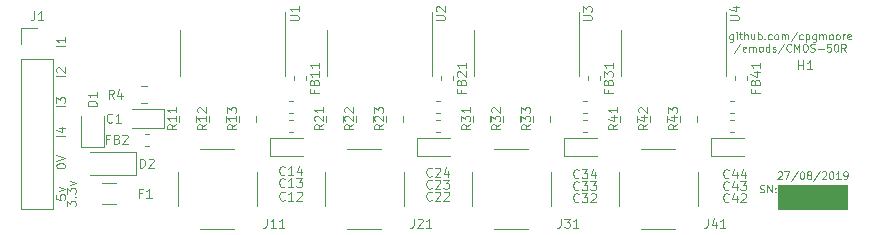
<source format=gbr>
G04 #@! TF.GenerationSoftware,KiCad,Pcbnew,5.1.4-e60b266~84~ubuntu18.04.1*
G04 #@! TF.CreationDate,2019-08-27T23:59:40+10:00*
G04 #@! TF.ProjectId,CMOS-50R,434d4f53-2d35-4305-922e-6b696361645f,rev?*
G04 #@! TF.SameCoordinates,Original*
G04 #@! TF.FileFunction,Legend,Top*
G04 #@! TF.FilePolarity,Positive*
%FSLAX46Y46*%
G04 Gerber Fmt 4.6, Leading zero omitted, Abs format (unit mm)*
G04 Created by KiCad (PCBNEW 5.1.4-e60b266~84~ubuntu18.04.1) date 2019-08-27 23:59:40*
%MOMM*%
%LPD*%
G04 APERTURE LIST*
%ADD10C,0.076200*%
%ADD11C,0.100000*%
%ADD12C,0.120000*%
G04 APERTURE END LIST*
D10*
X139923761Y-72266023D02*
X140014476Y-72296261D01*
X140165666Y-72296261D01*
X140226142Y-72266023D01*
X140256380Y-72235785D01*
X140286619Y-72175309D01*
X140286619Y-72114833D01*
X140256380Y-72054357D01*
X140226142Y-72024119D01*
X140165666Y-71993880D01*
X140044714Y-71963642D01*
X139984238Y-71933404D01*
X139954000Y-71903166D01*
X139923761Y-71842690D01*
X139923761Y-71782214D01*
X139954000Y-71721738D01*
X139984238Y-71691500D01*
X140044714Y-71661261D01*
X140195904Y-71661261D01*
X140286619Y-71691500D01*
X140558761Y-72296261D02*
X140558761Y-71661261D01*
X140921619Y-72296261D01*
X140921619Y-71661261D01*
X141224000Y-72235785D02*
X141254238Y-72266023D01*
X141224000Y-72296261D01*
X141193761Y-72266023D01*
X141224000Y-72235785D01*
X141224000Y-72296261D01*
X141224000Y-71903166D02*
X141254238Y-71933404D01*
X141224000Y-71963642D01*
X141193761Y-71933404D01*
X141224000Y-71903166D01*
X141224000Y-71963642D01*
D11*
G36*
X147320000Y-73660000D02*
G01*
X141478000Y-73660000D01*
X141478000Y-71628000D01*
X147320000Y-71628000D01*
X147320000Y-73660000D01*
G37*
X147320000Y-73660000D02*
X141478000Y-73660000D01*
X141478000Y-71628000D01*
X147320000Y-71628000D01*
X147320000Y-73660000D01*
D10*
X141435666Y-70578738D02*
X141465904Y-70548500D01*
X141526380Y-70518261D01*
X141677571Y-70518261D01*
X141738047Y-70548500D01*
X141768285Y-70578738D01*
X141798523Y-70639214D01*
X141798523Y-70699690D01*
X141768285Y-70790404D01*
X141405428Y-71153261D01*
X141798523Y-71153261D01*
X142010190Y-70518261D02*
X142433523Y-70518261D01*
X142161380Y-71153261D01*
X143129000Y-70488023D02*
X142584714Y-71304452D01*
X143461619Y-70518261D02*
X143522095Y-70518261D01*
X143582571Y-70548500D01*
X143612809Y-70578738D01*
X143643047Y-70639214D01*
X143673285Y-70760166D01*
X143673285Y-70911357D01*
X143643047Y-71032309D01*
X143612809Y-71092785D01*
X143582571Y-71123023D01*
X143522095Y-71153261D01*
X143461619Y-71153261D01*
X143401142Y-71123023D01*
X143370904Y-71092785D01*
X143340666Y-71032309D01*
X143310428Y-70911357D01*
X143310428Y-70760166D01*
X143340666Y-70639214D01*
X143370904Y-70578738D01*
X143401142Y-70548500D01*
X143461619Y-70518261D01*
X144036142Y-70790404D02*
X143975666Y-70760166D01*
X143945428Y-70729928D01*
X143915190Y-70669452D01*
X143915190Y-70639214D01*
X143945428Y-70578738D01*
X143975666Y-70548500D01*
X144036142Y-70518261D01*
X144157095Y-70518261D01*
X144217571Y-70548500D01*
X144247809Y-70578738D01*
X144278047Y-70639214D01*
X144278047Y-70669452D01*
X144247809Y-70729928D01*
X144217571Y-70760166D01*
X144157095Y-70790404D01*
X144036142Y-70790404D01*
X143975666Y-70820642D01*
X143945428Y-70850880D01*
X143915190Y-70911357D01*
X143915190Y-71032309D01*
X143945428Y-71092785D01*
X143975666Y-71123023D01*
X144036142Y-71153261D01*
X144157095Y-71153261D01*
X144217571Y-71123023D01*
X144247809Y-71092785D01*
X144278047Y-71032309D01*
X144278047Y-70911357D01*
X144247809Y-70850880D01*
X144217571Y-70820642D01*
X144157095Y-70790404D01*
X145003761Y-70488023D02*
X144459476Y-71304452D01*
X145185190Y-70578738D02*
X145215428Y-70548500D01*
X145275904Y-70518261D01*
X145427095Y-70518261D01*
X145487571Y-70548500D01*
X145517809Y-70578738D01*
X145548047Y-70639214D01*
X145548047Y-70699690D01*
X145517809Y-70790404D01*
X145154952Y-71153261D01*
X145548047Y-71153261D01*
X145941142Y-70518261D02*
X146001619Y-70518261D01*
X146062095Y-70548500D01*
X146092333Y-70578738D01*
X146122571Y-70639214D01*
X146152809Y-70760166D01*
X146152809Y-70911357D01*
X146122571Y-71032309D01*
X146092333Y-71092785D01*
X146062095Y-71123023D01*
X146001619Y-71153261D01*
X145941142Y-71153261D01*
X145880666Y-71123023D01*
X145850428Y-71092785D01*
X145820190Y-71032309D01*
X145789952Y-70911357D01*
X145789952Y-70760166D01*
X145820190Y-70639214D01*
X145850428Y-70578738D01*
X145880666Y-70548500D01*
X145941142Y-70518261D01*
X146757571Y-71153261D02*
X146394714Y-71153261D01*
X146576142Y-71153261D02*
X146576142Y-70518261D01*
X146515666Y-70608976D01*
X146455190Y-70669452D01*
X146394714Y-70699690D01*
X147059952Y-71153261D02*
X147180904Y-71153261D01*
X147241380Y-71123023D01*
X147271619Y-71092785D01*
X147332095Y-71002071D01*
X147362333Y-70881119D01*
X147362333Y-70639214D01*
X147332095Y-70578738D01*
X147301857Y-70548500D01*
X147241380Y-70518261D01*
X147120428Y-70518261D01*
X147059952Y-70548500D01*
X147029714Y-70578738D01*
X146999476Y-70639214D01*
X146999476Y-70790404D01*
X147029714Y-70850880D01*
X147059952Y-70881119D01*
X147120428Y-70911357D01*
X147241380Y-70911357D01*
X147301857Y-70881119D01*
X147332095Y-70850880D01*
X147362333Y-70790404D01*
X137655904Y-58912578D02*
X137655904Y-59426626D01*
X137625666Y-59487102D01*
X137595428Y-59517340D01*
X137534952Y-59547578D01*
X137444238Y-59547578D01*
X137383761Y-59517340D01*
X137655904Y-59305673D02*
X137595428Y-59335911D01*
X137474476Y-59335911D01*
X137414000Y-59305673D01*
X137383761Y-59275435D01*
X137353523Y-59214959D01*
X137353523Y-59033530D01*
X137383761Y-58973054D01*
X137414000Y-58942816D01*
X137474476Y-58912578D01*
X137595428Y-58912578D01*
X137655904Y-58942816D01*
X137958285Y-59335911D02*
X137958285Y-58912578D01*
X137958285Y-58700911D02*
X137928047Y-58731150D01*
X137958285Y-58761388D01*
X137988523Y-58731150D01*
X137958285Y-58700911D01*
X137958285Y-58761388D01*
X138169952Y-58912578D02*
X138411857Y-58912578D01*
X138260666Y-58700911D02*
X138260666Y-59245197D01*
X138290904Y-59305673D01*
X138351380Y-59335911D01*
X138411857Y-59335911D01*
X138623523Y-59335911D02*
X138623523Y-58700911D01*
X138895666Y-59335911D02*
X138895666Y-59003292D01*
X138865428Y-58942816D01*
X138804952Y-58912578D01*
X138714238Y-58912578D01*
X138653761Y-58942816D01*
X138623523Y-58973054D01*
X139470190Y-58912578D02*
X139470190Y-59335911D01*
X139198047Y-58912578D02*
X139198047Y-59245197D01*
X139228285Y-59305673D01*
X139288761Y-59335911D01*
X139379476Y-59335911D01*
X139439952Y-59305673D01*
X139470190Y-59275435D01*
X139772571Y-59335911D02*
X139772571Y-58700911D01*
X139772571Y-58942816D02*
X139833047Y-58912578D01*
X139954000Y-58912578D01*
X140014476Y-58942816D01*
X140044714Y-58973054D01*
X140074952Y-59033530D01*
X140074952Y-59214959D01*
X140044714Y-59275435D01*
X140014476Y-59305673D01*
X139954000Y-59335911D01*
X139833047Y-59335911D01*
X139772571Y-59305673D01*
X140347095Y-59275435D02*
X140377333Y-59305673D01*
X140347095Y-59335911D01*
X140316857Y-59305673D01*
X140347095Y-59275435D01*
X140347095Y-59335911D01*
X140921619Y-59305673D02*
X140861142Y-59335911D01*
X140740190Y-59335911D01*
X140679714Y-59305673D01*
X140649476Y-59275435D01*
X140619238Y-59214959D01*
X140619238Y-59033530D01*
X140649476Y-58973054D01*
X140679714Y-58942816D01*
X140740190Y-58912578D01*
X140861142Y-58912578D01*
X140921619Y-58942816D01*
X141284476Y-59335911D02*
X141224000Y-59305673D01*
X141193761Y-59275435D01*
X141163523Y-59214959D01*
X141163523Y-59033530D01*
X141193761Y-58973054D01*
X141224000Y-58942816D01*
X141284476Y-58912578D01*
X141375190Y-58912578D01*
X141435666Y-58942816D01*
X141465904Y-58973054D01*
X141496142Y-59033530D01*
X141496142Y-59214959D01*
X141465904Y-59275435D01*
X141435666Y-59305673D01*
X141375190Y-59335911D01*
X141284476Y-59335911D01*
X141768285Y-59335911D02*
X141768285Y-58912578D01*
X141768285Y-58973054D02*
X141798523Y-58942816D01*
X141859000Y-58912578D01*
X141949714Y-58912578D01*
X142010190Y-58942816D01*
X142040428Y-59003292D01*
X142040428Y-59335911D01*
X142040428Y-59003292D02*
X142070666Y-58942816D01*
X142131142Y-58912578D01*
X142221857Y-58912578D01*
X142282333Y-58942816D01*
X142312571Y-59003292D01*
X142312571Y-59335911D01*
X143068523Y-58670673D02*
X142524238Y-59487102D01*
X143552333Y-59305673D02*
X143491857Y-59335911D01*
X143370904Y-59335911D01*
X143310428Y-59305673D01*
X143280190Y-59275435D01*
X143249952Y-59214959D01*
X143249952Y-59033530D01*
X143280190Y-58973054D01*
X143310428Y-58942816D01*
X143370904Y-58912578D01*
X143491857Y-58912578D01*
X143552333Y-58942816D01*
X143824476Y-58912578D02*
X143824476Y-59547578D01*
X143824476Y-58942816D02*
X143884952Y-58912578D01*
X144005904Y-58912578D01*
X144066380Y-58942816D01*
X144096619Y-58973054D01*
X144126857Y-59033530D01*
X144126857Y-59214959D01*
X144096619Y-59275435D01*
X144066380Y-59305673D01*
X144005904Y-59335911D01*
X143884952Y-59335911D01*
X143824476Y-59305673D01*
X144671142Y-58912578D02*
X144671142Y-59426626D01*
X144640904Y-59487102D01*
X144610666Y-59517340D01*
X144550190Y-59547578D01*
X144459476Y-59547578D01*
X144399000Y-59517340D01*
X144671142Y-59305673D02*
X144610666Y-59335911D01*
X144489714Y-59335911D01*
X144429238Y-59305673D01*
X144399000Y-59275435D01*
X144368761Y-59214959D01*
X144368761Y-59033530D01*
X144399000Y-58973054D01*
X144429238Y-58942816D01*
X144489714Y-58912578D01*
X144610666Y-58912578D01*
X144671142Y-58942816D01*
X144973523Y-59335911D02*
X144973523Y-58912578D01*
X144973523Y-58973054D02*
X145003761Y-58942816D01*
X145064238Y-58912578D01*
X145154952Y-58912578D01*
X145215428Y-58942816D01*
X145245666Y-59003292D01*
X145245666Y-59335911D01*
X145245666Y-59003292D02*
X145275904Y-58942816D01*
X145336380Y-58912578D01*
X145427095Y-58912578D01*
X145487571Y-58942816D01*
X145517809Y-59003292D01*
X145517809Y-59335911D01*
X145910904Y-59335911D02*
X145850428Y-59305673D01*
X145820190Y-59275435D01*
X145789952Y-59214959D01*
X145789952Y-59033530D01*
X145820190Y-58973054D01*
X145850428Y-58942816D01*
X145910904Y-58912578D01*
X146001619Y-58912578D01*
X146062095Y-58942816D01*
X146092333Y-58973054D01*
X146122571Y-59033530D01*
X146122571Y-59214959D01*
X146092333Y-59275435D01*
X146062095Y-59305673D01*
X146001619Y-59335911D01*
X145910904Y-59335911D01*
X146485428Y-59335911D02*
X146424952Y-59305673D01*
X146394714Y-59275435D01*
X146364476Y-59214959D01*
X146364476Y-59033530D01*
X146394714Y-58973054D01*
X146424952Y-58942816D01*
X146485428Y-58912578D01*
X146576142Y-58912578D01*
X146636619Y-58942816D01*
X146666857Y-58973054D01*
X146697095Y-59033530D01*
X146697095Y-59214959D01*
X146666857Y-59275435D01*
X146636619Y-59305673D01*
X146576142Y-59335911D01*
X146485428Y-59335911D01*
X146969238Y-59335911D02*
X146969238Y-58912578D01*
X146969238Y-59033530D02*
X146999476Y-58973054D01*
X147029714Y-58942816D01*
X147090190Y-58912578D01*
X147150666Y-58912578D01*
X147604238Y-59305673D02*
X147543761Y-59335911D01*
X147422809Y-59335911D01*
X147362333Y-59305673D01*
X147332095Y-59245197D01*
X147332095Y-59003292D01*
X147362333Y-58942816D01*
X147422809Y-58912578D01*
X147543761Y-58912578D01*
X147604238Y-58942816D01*
X147634476Y-59003292D01*
X147634476Y-59063769D01*
X147332095Y-59124245D01*
X138275785Y-59699373D02*
X137731500Y-60515802D01*
X138729357Y-60334373D02*
X138668880Y-60364611D01*
X138547928Y-60364611D01*
X138487452Y-60334373D01*
X138457214Y-60273897D01*
X138457214Y-60031992D01*
X138487452Y-59971516D01*
X138547928Y-59941278D01*
X138668880Y-59941278D01*
X138729357Y-59971516D01*
X138759595Y-60031992D01*
X138759595Y-60092469D01*
X138457214Y-60152945D01*
X139031738Y-60364611D02*
X139031738Y-59941278D01*
X139031738Y-60001754D02*
X139061976Y-59971516D01*
X139122452Y-59941278D01*
X139213166Y-59941278D01*
X139273642Y-59971516D01*
X139303880Y-60031992D01*
X139303880Y-60364611D01*
X139303880Y-60031992D02*
X139334119Y-59971516D01*
X139394595Y-59941278D01*
X139485309Y-59941278D01*
X139545785Y-59971516D01*
X139576023Y-60031992D01*
X139576023Y-60364611D01*
X139969119Y-60364611D02*
X139908642Y-60334373D01*
X139878404Y-60304135D01*
X139848166Y-60243659D01*
X139848166Y-60062230D01*
X139878404Y-60001754D01*
X139908642Y-59971516D01*
X139969119Y-59941278D01*
X140059833Y-59941278D01*
X140120309Y-59971516D01*
X140150547Y-60001754D01*
X140180785Y-60062230D01*
X140180785Y-60243659D01*
X140150547Y-60304135D01*
X140120309Y-60334373D01*
X140059833Y-60364611D01*
X139969119Y-60364611D01*
X140725071Y-60364611D02*
X140725071Y-59729611D01*
X140725071Y-60334373D02*
X140664595Y-60364611D01*
X140543642Y-60364611D01*
X140483166Y-60334373D01*
X140452928Y-60304135D01*
X140422690Y-60243659D01*
X140422690Y-60062230D01*
X140452928Y-60001754D01*
X140483166Y-59971516D01*
X140543642Y-59941278D01*
X140664595Y-59941278D01*
X140725071Y-59971516D01*
X140997214Y-60334373D02*
X141057690Y-60364611D01*
X141178642Y-60364611D01*
X141239119Y-60334373D01*
X141269357Y-60273897D01*
X141269357Y-60243659D01*
X141239119Y-60183183D01*
X141178642Y-60152945D01*
X141087928Y-60152945D01*
X141027452Y-60122707D01*
X140997214Y-60062230D01*
X140997214Y-60031992D01*
X141027452Y-59971516D01*
X141087928Y-59941278D01*
X141178642Y-59941278D01*
X141239119Y-59971516D01*
X141995071Y-59699373D02*
X141450785Y-60515802D01*
X142569595Y-60304135D02*
X142539357Y-60334373D01*
X142448642Y-60364611D01*
X142388166Y-60364611D01*
X142297452Y-60334373D01*
X142236976Y-60273897D01*
X142206738Y-60213421D01*
X142176500Y-60092469D01*
X142176500Y-60001754D01*
X142206738Y-59880802D01*
X142236976Y-59820326D01*
X142297452Y-59759850D01*
X142388166Y-59729611D01*
X142448642Y-59729611D01*
X142539357Y-59759850D01*
X142569595Y-59790088D01*
X142841738Y-60364611D02*
X142841738Y-59729611D01*
X143053404Y-60183183D01*
X143265071Y-59729611D01*
X143265071Y-60364611D01*
X143688404Y-59729611D02*
X143809357Y-59729611D01*
X143869833Y-59759850D01*
X143930309Y-59820326D01*
X143960547Y-59941278D01*
X143960547Y-60152945D01*
X143930309Y-60273897D01*
X143869833Y-60334373D01*
X143809357Y-60364611D01*
X143688404Y-60364611D01*
X143627928Y-60334373D01*
X143567452Y-60273897D01*
X143537214Y-60152945D01*
X143537214Y-59941278D01*
X143567452Y-59820326D01*
X143627928Y-59759850D01*
X143688404Y-59729611D01*
X144202452Y-60334373D02*
X144293166Y-60364611D01*
X144444357Y-60364611D01*
X144504833Y-60334373D01*
X144535071Y-60304135D01*
X144565309Y-60243659D01*
X144565309Y-60183183D01*
X144535071Y-60122707D01*
X144504833Y-60092469D01*
X144444357Y-60062230D01*
X144323404Y-60031992D01*
X144262928Y-60001754D01*
X144232690Y-59971516D01*
X144202452Y-59911040D01*
X144202452Y-59850564D01*
X144232690Y-59790088D01*
X144262928Y-59759850D01*
X144323404Y-59729611D01*
X144474595Y-59729611D01*
X144565309Y-59759850D01*
X144837452Y-60122707D02*
X145321261Y-60122707D01*
X145926023Y-59729611D02*
X145623642Y-59729611D01*
X145593404Y-60031992D01*
X145623642Y-60001754D01*
X145684119Y-59971516D01*
X145835309Y-59971516D01*
X145895785Y-60001754D01*
X145926023Y-60031992D01*
X145956261Y-60092469D01*
X145956261Y-60243659D01*
X145926023Y-60304135D01*
X145895785Y-60334373D01*
X145835309Y-60364611D01*
X145684119Y-60364611D01*
X145623642Y-60334373D01*
X145593404Y-60304135D01*
X146349357Y-59729611D02*
X146409833Y-59729611D01*
X146470309Y-59759850D01*
X146500547Y-59790088D01*
X146530785Y-59850564D01*
X146561023Y-59971516D01*
X146561023Y-60122707D01*
X146530785Y-60243659D01*
X146500547Y-60304135D01*
X146470309Y-60334373D01*
X146409833Y-60364611D01*
X146349357Y-60364611D01*
X146288880Y-60334373D01*
X146258642Y-60304135D01*
X146228404Y-60243659D01*
X146198166Y-60122707D01*
X146198166Y-59971516D01*
X146228404Y-59850564D01*
X146258642Y-59790088D01*
X146288880Y-59759850D01*
X146349357Y-59729611D01*
X147196023Y-60364611D02*
X146984357Y-60062230D01*
X146833166Y-60364611D02*
X146833166Y-59729611D01*
X147075071Y-59729611D01*
X147135547Y-59759850D01*
X147165785Y-59790088D01*
X147196023Y-59850564D01*
X147196023Y-59941278D01*
X147165785Y-60001754D01*
X147135547Y-60031992D01*
X147075071Y-60062230D01*
X146833166Y-60062230D01*
X81243714Y-73478571D02*
X81243714Y-73006857D01*
X81534000Y-73260857D01*
X81534000Y-73152000D01*
X81570285Y-73079428D01*
X81606571Y-73043142D01*
X81679142Y-73006857D01*
X81860571Y-73006857D01*
X81933142Y-73043142D01*
X81969428Y-73079428D01*
X82005714Y-73152000D01*
X82005714Y-73369714D01*
X81969428Y-73442285D01*
X81933142Y-73478571D01*
X81933142Y-72680285D02*
X81969428Y-72644000D01*
X82005714Y-72680285D01*
X81969428Y-72716571D01*
X81933142Y-72680285D01*
X82005714Y-72680285D01*
X81243714Y-72390000D02*
X81243714Y-71918285D01*
X81534000Y-72172285D01*
X81534000Y-72063428D01*
X81570285Y-71990857D01*
X81606571Y-71954571D01*
X81679142Y-71918285D01*
X81860571Y-71918285D01*
X81933142Y-71954571D01*
X81969428Y-71990857D01*
X82005714Y-72063428D01*
X82005714Y-72281142D01*
X81969428Y-72353714D01*
X81933142Y-72390000D01*
X81497714Y-71664285D02*
X82005714Y-71482857D01*
X81497714Y-71301428D01*
X80354714Y-72498857D02*
X80354714Y-72861714D01*
X80717571Y-72898000D01*
X80681285Y-72861714D01*
X80645000Y-72789142D01*
X80645000Y-72607714D01*
X80681285Y-72535142D01*
X80717571Y-72498857D01*
X80790142Y-72462571D01*
X80971571Y-72462571D01*
X81044142Y-72498857D01*
X81080428Y-72535142D01*
X81116714Y-72607714D01*
X81116714Y-72789142D01*
X81080428Y-72861714D01*
X81044142Y-72898000D01*
X80608714Y-72208571D02*
X81116714Y-72027142D01*
X80608714Y-71845714D01*
X80354714Y-70085857D02*
X80354714Y-70013285D01*
X80391000Y-69940714D01*
X80427285Y-69904428D01*
X80499857Y-69868142D01*
X80645000Y-69831857D01*
X80826428Y-69831857D01*
X80971571Y-69868142D01*
X81044142Y-69904428D01*
X81080428Y-69940714D01*
X81116714Y-70013285D01*
X81116714Y-70085857D01*
X81080428Y-70158428D01*
X81044142Y-70194714D01*
X80971571Y-70231000D01*
X80826428Y-70267285D01*
X80645000Y-70267285D01*
X80499857Y-70231000D01*
X80427285Y-70194714D01*
X80391000Y-70158428D01*
X80354714Y-70085857D01*
X80354714Y-69614142D02*
X81116714Y-69360142D01*
X80354714Y-69106142D01*
X81116714Y-67545857D02*
X80354714Y-67545857D01*
X80608714Y-66856428D02*
X81116714Y-66856428D01*
X80318428Y-67037857D02*
X80862714Y-67219285D01*
X80862714Y-66747571D01*
X81116714Y-65005857D02*
X80354714Y-65005857D01*
X80354714Y-64715571D02*
X80354714Y-64243857D01*
X80645000Y-64497857D01*
X80645000Y-64389000D01*
X80681285Y-64316428D01*
X80717571Y-64280142D01*
X80790142Y-64243857D01*
X80971571Y-64243857D01*
X81044142Y-64280142D01*
X81080428Y-64316428D01*
X81116714Y-64389000D01*
X81116714Y-64606714D01*
X81080428Y-64679285D01*
X81044142Y-64715571D01*
X81116714Y-62465857D02*
X80354714Y-62465857D01*
X80427285Y-62139285D02*
X80391000Y-62103000D01*
X80354714Y-62030428D01*
X80354714Y-61849000D01*
X80391000Y-61776428D01*
X80427285Y-61740142D01*
X80499857Y-61703857D01*
X80572428Y-61703857D01*
X80681285Y-61740142D01*
X81116714Y-62175571D01*
X81116714Y-61703857D01*
X81116714Y-59925857D02*
X80354714Y-59925857D01*
X81116714Y-59163857D02*
X81116714Y-59599285D01*
X81116714Y-59381571D02*
X80354714Y-59381571D01*
X80463571Y-59454142D01*
X80536142Y-59526714D01*
X80572428Y-59599285D01*
D12*
X137023000Y-60452000D02*
X137023000Y-57002000D01*
X137023000Y-60452000D02*
X137023000Y-62402000D01*
X128153000Y-60452000D02*
X128153000Y-58502000D01*
X128153000Y-60452000D02*
X128153000Y-62402000D01*
X112131000Y-60452000D02*
X112131000Y-57002000D01*
X112131000Y-60452000D02*
X112131000Y-62402000D01*
X103261000Y-60452000D02*
X103261000Y-58502000D01*
X103261000Y-60452000D02*
X103261000Y-62402000D01*
X124577000Y-60452000D02*
X124577000Y-57002000D01*
X124577000Y-60452000D02*
X124577000Y-62402000D01*
X115707000Y-60452000D02*
X115707000Y-58502000D01*
X115707000Y-60452000D02*
X115707000Y-62402000D01*
X99685000Y-60452000D02*
X99685000Y-57002000D01*
X99685000Y-60452000D02*
X99685000Y-62402000D01*
X90815000Y-60452000D02*
X90815000Y-58502000D01*
X90815000Y-60452000D02*
X90815000Y-62402000D01*
X138813000Y-62773779D02*
X138813000Y-62448221D01*
X137793000Y-62773779D02*
X137793000Y-62448221D01*
X126367000Y-62773779D02*
X126367000Y-62448221D01*
X125347000Y-62773779D02*
X125347000Y-62448221D01*
X113921000Y-62773779D02*
X113921000Y-62448221D01*
X112901000Y-62773779D02*
X112901000Y-62448221D01*
X101475000Y-62773779D02*
X101475000Y-62448221D01*
X100455000Y-62773779D02*
X100455000Y-62448221D01*
X88173779Y-67308000D02*
X87848221Y-67308000D01*
X88173779Y-68328000D02*
X87848221Y-68328000D01*
X137378221Y-65534000D02*
X137703779Y-65534000D01*
X137378221Y-64514000D02*
X137703779Y-64514000D01*
X137378221Y-67185000D02*
X137703779Y-67185000D01*
X137378221Y-66165000D02*
X137703779Y-66165000D01*
X124932221Y-65534000D02*
X125257779Y-65534000D01*
X124932221Y-64514000D02*
X125257779Y-64514000D01*
X124932221Y-67185000D02*
X125257779Y-67185000D01*
X124932221Y-66165000D02*
X125257779Y-66165000D01*
X112486221Y-65534000D02*
X112811779Y-65534000D01*
X112486221Y-64514000D02*
X112811779Y-64514000D01*
X112486221Y-67185000D02*
X112811779Y-67185000D01*
X112486221Y-66165000D02*
X112811779Y-66165000D01*
X100040221Y-65534000D02*
X100365779Y-65534000D01*
X100040221Y-64514000D02*
X100365779Y-64514000D01*
X100040221Y-67185000D02*
X100365779Y-67185000D01*
X100040221Y-66165000D02*
X100365779Y-66165000D01*
X135831000Y-69238000D02*
X138541000Y-69238000D01*
X135831000Y-67668000D02*
X135831000Y-69238000D01*
X138541000Y-67668000D02*
X135831000Y-67668000D01*
X123385000Y-69238000D02*
X126095000Y-69238000D01*
X123385000Y-67668000D02*
X123385000Y-69238000D01*
X126095000Y-67668000D02*
X123385000Y-67668000D01*
X110939000Y-69238000D02*
X113649000Y-69238000D01*
X110939000Y-67668000D02*
X110939000Y-69238000D01*
X113649000Y-67668000D02*
X110939000Y-67668000D01*
X98493000Y-69238000D02*
X101203000Y-69238000D01*
X98493000Y-67668000D02*
X98493000Y-69238000D01*
X101203000Y-67668000D02*
X98493000Y-67668000D01*
X77410000Y-58360000D02*
X78740000Y-58360000D01*
X77410000Y-59690000D02*
X77410000Y-58360000D01*
X77410000Y-60960000D02*
X80070000Y-60960000D01*
X80070000Y-60960000D02*
X80070000Y-73720000D01*
X77410000Y-60960000D02*
X77410000Y-73720000D01*
X77410000Y-73720000D02*
X80070000Y-73720000D01*
X134568000Y-66298578D02*
X134568000Y-65781422D01*
X133148000Y-66298578D02*
X133148000Y-65781422D01*
X132028000Y-66298578D02*
X132028000Y-65781422D01*
X130608000Y-66298578D02*
X130608000Y-65781422D01*
X129488000Y-66298578D02*
X129488000Y-65781422D01*
X128068000Y-66298578D02*
X128068000Y-65781422D01*
X122122000Y-66298578D02*
X122122000Y-65781422D01*
X120702000Y-66298578D02*
X120702000Y-65781422D01*
X119582000Y-66298578D02*
X119582000Y-65781422D01*
X118162000Y-66298578D02*
X118162000Y-65781422D01*
X117042000Y-66298578D02*
X117042000Y-65781422D01*
X115622000Y-66298578D02*
X115622000Y-65781422D01*
X109676000Y-66298578D02*
X109676000Y-65781422D01*
X108256000Y-66298578D02*
X108256000Y-65781422D01*
X107136000Y-66298578D02*
X107136000Y-65781422D01*
X105716000Y-66298578D02*
X105716000Y-65781422D01*
X104596000Y-66298578D02*
X104596000Y-65781422D01*
X103176000Y-66298578D02*
X103176000Y-65781422D01*
X97230000Y-66298578D02*
X97230000Y-65781422D01*
X95810000Y-66298578D02*
X95810000Y-65781422D01*
X94690000Y-66298578D02*
X94690000Y-65781422D01*
X93270000Y-66298578D02*
X93270000Y-65781422D01*
X92150000Y-66298578D02*
X92150000Y-65781422D01*
X90730000Y-66298578D02*
X90730000Y-65781422D01*
X87498422Y-64718000D02*
X88015578Y-64718000D01*
X87498422Y-63298000D02*
X88015578Y-63298000D01*
X134673000Y-70559000D02*
X134673000Y-73459000D01*
X127963000Y-70559000D02*
X127963000Y-73459000D01*
X132768000Y-75364000D02*
X129868000Y-75364000D01*
X132768000Y-68654000D02*
X129868000Y-68654000D01*
X122227000Y-70559000D02*
X122227000Y-73459000D01*
X115517000Y-70559000D02*
X115517000Y-73459000D01*
X120322000Y-75364000D02*
X117422000Y-75364000D01*
X120322000Y-68654000D02*
X117422000Y-68654000D01*
X109781000Y-70559000D02*
X109781000Y-73459000D01*
X103071000Y-70559000D02*
X103071000Y-73459000D01*
X107876000Y-75364000D02*
X104976000Y-75364000D01*
X107876000Y-68654000D02*
X104976000Y-68654000D01*
X97335000Y-70559000D02*
X97335000Y-73459000D01*
X90625000Y-70559000D02*
X90625000Y-73459000D01*
X95430000Y-75364000D02*
X92530000Y-75364000D01*
X95430000Y-68654000D02*
X92530000Y-68654000D01*
X85438064Y-71480000D02*
X84233936Y-71480000D01*
X85438064Y-73300000D02*
X84233936Y-73300000D01*
X84399000Y-68487000D02*
X84399000Y-65802000D01*
X82479000Y-68487000D02*
X84399000Y-68487000D01*
X82479000Y-65802000D02*
X82479000Y-68487000D01*
X86757000Y-66825000D02*
X89467000Y-66825000D01*
X89467000Y-66825000D02*
X89467000Y-65255000D01*
X89467000Y-65255000D02*
X86757000Y-65255000D01*
X87086000Y-70850000D02*
X87086000Y-68850000D01*
X87086000Y-68850000D02*
X83186000Y-68850000D01*
X87086000Y-70850000D02*
X83186000Y-70850000D01*
D10*
X137377714Y-57730571D02*
X137994571Y-57730571D01*
X138067142Y-57694285D01*
X138103428Y-57658000D01*
X138139714Y-57585428D01*
X138139714Y-57440285D01*
X138103428Y-57367714D01*
X138067142Y-57331428D01*
X137994571Y-57295142D01*
X137377714Y-57295142D01*
X137631714Y-56605714D02*
X138139714Y-56605714D01*
X137341428Y-56787142D02*
X137885714Y-56968571D01*
X137885714Y-56496857D01*
X112485714Y-57730571D02*
X113102571Y-57730571D01*
X113175142Y-57694285D01*
X113211428Y-57658000D01*
X113247714Y-57585428D01*
X113247714Y-57440285D01*
X113211428Y-57367714D01*
X113175142Y-57331428D01*
X113102571Y-57295142D01*
X112485714Y-57295142D01*
X112558285Y-56968571D02*
X112522000Y-56932285D01*
X112485714Y-56859714D01*
X112485714Y-56678285D01*
X112522000Y-56605714D01*
X112558285Y-56569428D01*
X112630857Y-56533142D01*
X112703428Y-56533142D01*
X112812285Y-56569428D01*
X113247714Y-57004857D01*
X113247714Y-56533142D01*
X124931714Y-57730571D02*
X125548571Y-57730571D01*
X125621142Y-57694285D01*
X125657428Y-57658000D01*
X125693714Y-57585428D01*
X125693714Y-57440285D01*
X125657428Y-57367714D01*
X125621142Y-57331428D01*
X125548571Y-57295142D01*
X124931714Y-57295142D01*
X124931714Y-57004857D02*
X124931714Y-56533142D01*
X125222000Y-56787142D01*
X125222000Y-56678285D01*
X125258285Y-56605714D01*
X125294571Y-56569428D01*
X125367142Y-56533142D01*
X125548571Y-56533142D01*
X125621142Y-56569428D01*
X125657428Y-56605714D01*
X125693714Y-56678285D01*
X125693714Y-56896000D01*
X125657428Y-56968571D01*
X125621142Y-57004857D01*
X100112714Y-57730571D02*
X100729571Y-57730571D01*
X100802142Y-57694285D01*
X100838428Y-57658000D01*
X100874714Y-57585428D01*
X100874714Y-57440285D01*
X100838428Y-57367714D01*
X100802142Y-57331428D01*
X100729571Y-57295142D01*
X100112714Y-57295142D01*
X100874714Y-56533142D02*
X100874714Y-56968571D01*
X100874714Y-56750857D02*
X100112714Y-56750857D01*
X100221571Y-56823428D01*
X100294142Y-56896000D01*
X100330428Y-56968571D01*
X143183428Y-61884714D02*
X143183428Y-61122714D01*
X143183428Y-61485571D02*
X143618857Y-61485571D01*
X143618857Y-61884714D02*
X143618857Y-61122714D01*
X144380857Y-61884714D02*
X143945428Y-61884714D01*
X144163142Y-61884714D02*
X144163142Y-61122714D01*
X144090571Y-61231571D01*
X144018000Y-61304142D01*
X143945428Y-61340428D01*
X139518571Y-63608857D02*
X139518571Y-63862857D01*
X139917714Y-63862857D02*
X139155714Y-63862857D01*
X139155714Y-63500000D01*
X139518571Y-62955714D02*
X139554857Y-62846857D01*
X139591142Y-62810571D01*
X139663714Y-62774285D01*
X139772571Y-62774285D01*
X139845142Y-62810571D01*
X139881428Y-62846857D01*
X139917714Y-62919428D01*
X139917714Y-63209714D01*
X139155714Y-63209714D01*
X139155714Y-62955714D01*
X139192000Y-62883142D01*
X139228285Y-62846857D01*
X139300857Y-62810571D01*
X139373428Y-62810571D01*
X139446000Y-62846857D01*
X139482285Y-62883142D01*
X139518571Y-62955714D01*
X139518571Y-63209714D01*
X139409714Y-62121142D02*
X139917714Y-62121142D01*
X139119428Y-62302571D02*
X139663714Y-62484000D01*
X139663714Y-62012285D01*
X139917714Y-61322857D02*
X139917714Y-61758285D01*
X139917714Y-61540571D02*
X139155714Y-61540571D01*
X139264571Y-61613142D01*
X139337142Y-61685714D01*
X139373428Y-61758285D01*
X127072571Y-63608857D02*
X127072571Y-63862857D01*
X127471714Y-63862857D02*
X126709714Y-63862857D01*
X126709714Y-63500000D01*
X127072571Y-62955714D02*
X127108857Y-62846857D01*
X127145142Y-62810571D01*
X127217714Y-62774285D01*
X127326571Y-62774285D01*
X127399142Y-62810571D01*
X127435428Y-62846857D01*
X127471714Y-62919428D01*
X127471714Y-63209714D01*
X126709714Y-63209714D01*
X126709714Y-62955714D01*
X126746000Y-62883142D01*
X126782285Y-62846857D01*
X126854857Y-62810571D01*
X126927428Y-62810571D01*
X127000000Y-62846857D01*
X127036285Y-62883142D01*
X127072571Y-62955714D01*
X127072571Y-63209714D01*
X126709714Y-62520285D02*
X126709714Y-62048571D01*
X127000000Y-62302571D01*
X127000000Y-62193714D01*
X127036285Y-62121142D01*
X127072571Y-62084857D01*
X127145142Y-62048571D01*
X127326571Y-62048571D01*
X127399142Y-62084857D01*
X127435428Y-62121142D01*
X127471714Y-62193714D01*
X127471714Y-62411428D01*
X127435428Y-62484000D01*
X127399142Y-62520285D01*
X127471714Y-61322857D02*
X127471714Y-61758285D01*
X127471714Y-61540571D02*
X126709714Y-61540571D01*
X126818571Y-61613142D01*
X126891142Y-61685714D01*
X126927428Y-61758285D01*
X114626571Y-63608857D02*
X114626571Y-63862857D01*
X115025714Y-63862857D02*
X114263714Y-63862857D01*
X114263714Y-63500000D01*
X114626571Y-62955714D02*
X114662857Y-62846857D01*
X114699142Y-62810571D01*
X114771714Y-62774285D01*
X114880571Y-62774285D01*
X114953142Y-62810571D01*
X114989428Y-62846857D01*
X115025714Y-62919428D01*
X115025714Y-63209714D01*
X114263714Y-63209714D01*
X114263714Y-62955714D01*
X114300000Y-62883142D01*
X114336285Y-62846857D01*
X114408857Y-62810571D01*
X114481428Y-62810571D01*
X114554000Y-62846857D01*
X114590285Y-62883142D01*
X114626571Y-62955714D01*
X114626571Y-63209714D01*
X114336285Y-62484000D02*
X114300000Y-62447714D01*
X114263714Y-62375142D01*
X114263714Y-62193714D01*
X114300000Y-62121142D01*
X114336285Y-62084857D01*
X114408857Y-62048571D01*
X114481428Y-62048571D01*
X114590285Y-62084857D01*
X115025714Y-62520285D01*
X115025714Y-62048571D01*
X115025714Y-61322857D02*
X115025714Y-61758285D01*
X115025714Y-61540571D02*
X114263714Y-61540571D01*
X114372571Y-61613142D01*
X114445142Y-61685714D01*
X114481428Y-61758285D01*
X102180571Y-63608857D02*
X102180571Y-63862857D01*
X102579714Y-63862857D02*
X101817714Y-63862857D01*
X101817714Y-63500000D01*
X102180571Y-62955714D02*
X102216857Y-62846857D01*
X102253142Y-62810571D01*
X102325714Y-62774285D01*
X102434571Y-62774285D01*
X102507142Y-62810571D01*
X102543428Y-62846857D01*
X102579714Y-62919428D01*
X102579714Y-63209714D01*
X101817714Y-63209714D01*
X101817714Y-62955714D01*
X101854000Y-62883142D01*
X101890285Y-62846857D01*
X101962857Y-62810571D01*
X102035428Y-62810571D01*
X102108000Y-62846857D01*
X102144285Y-62883142D01*
X102180571Y-62955714D01*
X102180571Y-63209714D01*
X102579714Y-62048571D02*
X102579714Y-62484000D01*
X102579714Y-62266285D02*
X101817714Y-62266285D01*
X101926571Y-62338857D01*
X101999142Y-62411428D01*
X102035428Y-62484000D01*
X102579714Y-61322857D02*
X102579714Y-61758285D01*
X102579714Y-61540571D02*
X101817714Y-61540571D01*
X101926571Y-61613142D01*
X101999142Y-61685714D01*
X102035428Y-61758285D01*
X84836000Y-67763571D02*
X84582000Y-67763571D01*
X84582000Y-68162714D02*
X84582000Y-67400714D01*
X84944857Y-67400714D01*
X85489142Y-67763571D02*
X85598000Y-67799857D01*
X85634285Y-67836142D01*
X85670571Y-67908714D01*
X85670571Y-68017571D01*
X85634285Y-68090142D01*
X85598000Y-68126428D01*
X85525428Y-68162714D01*
X85235142Y-68162714D01*
X85235142Y-67400714D01*
X85489142Y-67400714D01*
X85561714Y-67437000D01*
X85598000Y-67473285D01*
X85634285Y-67545857D01*
X85634285Y-67618428D01*
X85598000Y-67691000D01*
X85561714Y-67727285D01*
X85489142Y-67763571D01*
X85235142Y-67763571D01*
X85960857Y-67473285D02*
X85997142Y-67437000D01*
X86069714Y-67400714D01*
X86251142Y-67400714D01*
X86323714Y-67437000D01*
X86360000Y-67473285D01*
X86396285Y-67545857D01*
X86396285Y-67618428D01*
X86360000Y-67727285D01*
X85924571Y-68162714D01*
X86396285Y-68162714D01*
X137305142Y-71011142D02*
X137268857Y-71047428D01*
X137160000Y-71083714D01*
X137087428Y-71083714D01*
X136978571Y-71047428D01*
X136906000Y-70974857D01*
X136869714Y-70902285D01*
X136833428Y-70757142D01*
X136833428Y-70648285D01*
X136869714Y-70503142D01*
X136906000Y-70430571D01*
X136978571Y-70358000D01*
X137087428Y-70321714D01*
X137160000Y-70321714D01*
X137268857Y-70358000D01*
X137305142Y-70394285D01*
X137958285Y-70575714D02*
X137958285Y-71083714D01*
X137776857Y-70285428D02*
X137595428Y-70829714D01*
X138067142Y-70829714D01*
X138684000Y-70575714D02*
X138684000Y-71083714D01*
X138502571Y-70285428D02*
X138321142Y-70829714D01*
X138792857Y-70829714D01*
X137305142Y-72027142D02*
X137268857Y-72063428D01*
X137160000Y-72099714D01*
X137087428Y-72099714D01*
X136978571Y-72063428D01*
X136906000Y-71990857D01*
X136869714Y-71918285D01*
X136833428Y-71773142D01*
X136833428Y-71664285D01*
X136869714Y-71519142D01*
X136906000Y-71446571D01*
X136978571Y-71374000D01*
X137087428Y-71337714D01*
X137160000Y-71337714D01*
X137268857Y-71374000D01*
X137305142Y-71410285D01*
X137958285Y-71591714D02*
X137958285Y-72099714D01*
X137776857Y-71301428D02*
X137595428Y-71845714D01*
X138067142Y-71845714D01*
X138284857Y-71337714D02*
X138756571Y-71337714D01*
X138502571Y-71628000D01*
X138611428Y-71628000D01*
X138684000Y-71664285D01*
X138720285Y-71700571D01*
X138756571Y-71773142D01*
X138756571Y-71954571D01*
X138720285Y-72027142D01*
X138684000Y-72063428D01*
X138611428Y-72099714D01*
X138393714Y-72099714D01*
X138321142Y-72063428D01*
X138284857Y-72027142D01*
X124605142Y-71011142D02*
X124568857Y-71047428D01*
X124460000Y-71083714D01*
X124387428Y-71083714D01*
X124278571Y-71047428D01*
X124206000Y-70974857D01*
X124169714Y-70902285D01*
X124133428Y-70757142D01*
X124133428Y-70648285D01*
X124169714Y-70503142D01*
X124206000Y-70430571D01*
X124278571Y-70358000D01*
X124387428Y-70321714D01*
X124460000Y-70321714D01*
X124568857Y-70358000D01*
X124605142Y-70394285D01*
X124859142Y-70321714D02*
X125330857Y-70321714D01*
X125076857Y-70612000D01*
X125185714Y-70612000D01*
X125258285Y-70648285D01*
X125294571Y-70684571D01*
X125330857Y-70757142D01*
X125330857Y-70938571D01*
X125294571Y-71011142D01*
X125258285Y-71047428D01*
X125185714Y-71083714D01*
X124968000Y-71083714D01*
X124895428Y-71047428D01*
X124859142Y-71011142D01*
X125984000Y-70575714D02*
X125984000Y-71083714D01*
X125802571Y-70285428D02*
X125621142Y-70829714D01*
X126092857Y-70829714D01*
X124605142Y-72027142D02*
X124568857Y-72063428D01*
X124460000Y-72099714D01*
X124387428Y-72099714D01*
X124278571Y-72063428D01*
X124206000Y-71990857D01*
X124169714Y-71918285D01*
X124133428Y-71773142D01*
X124133428Y-71664285D01*
X124169714Y-71519142D01*
X124206000Y-71446571D01*
X124278571Y-71374000D01*
X124387428Y-71337714D01*
X124460000Y-71337714D01*
X124568857Y-71374000D01*
X124605142Y-71410285D01*
X124859142Y-71337714D02*
X125330857Y-71337714D01*
X125076857Y-71628000D01*
X125185714Y-71628000D01*
X125258285Y-71664285D01*
X125294571Y-71700571D01*
X125330857Y-71773142D01*
X125330857Y-71954571D01*
X125294571Y-72027142D01*
X125258285Y-72063428D01*
X125185714Y-72099714D01*
X124968000Y-72099714D01*
X124895428Y-72063428D01*
X124859142Y-72027142D01*
X125584857Y-71337714D02*
X126056571Y-71337714D01*
X125802571Y-71628000D01*
X125911428Y-71628000D01*
X125984000Y-71664285D01*
X126020285Y-71700571D01*
X126056571Y-71773142D01*
X126056571Y-71954571D01*
X126020285Y-72027142D01*
X125984000Y-72063428D01*
X125911428Y-72099714D01*
X125693714Y-72099714D01*
X125621142Y-72063428D01*
X125584857Y-72027142D01*
X112159142Y-70884142D02*
X112122857Y-70920428D01*
X112014000Y-70956714D01*
X111941428Y-70956714D01*
X111832571Y-70920428D01*
X111760000Y-70847857D01*
X111723714Y-70775285D01*
X111687428Y-70630142D01*
X111687428Y-70521285D01*
X111723714Y-70376142D01*
X111760000Y-70303571D01*
X111832571Y-70231000D01*
X111941428Y-70194714D01*
X112014000Y-70194714D01*
X112122857Y-70231000D01*
X112159142Y-70267285D01*
X112449428Y-70267285D02*
X112485714Y-70231000D01*
X112558285Y-70194714D01*
X112739714Y-70194714D01*
X112812285Y-70231000D01*
X112848571Y-70267285D01*
X112884857Y-70339857D01*
X112884857Y-70412428D01*
X112848571Y-70521285D01*
X112413142Y-70956714D01*
X112884857Y-70956714D01*
X113538000Y-70448714D02*
X113538000Y-70956714D01*
X113356571Y-70158428D02*
X113175142Y-70702714D01*
X113646857Y-70702714D01*
X112159142Y-71900142D02*
X112122857Y-71936428D01*
X112014000Y-71972714D01*
X111941428Y-71972714D01*
X111832571Y-71936428D01*
X111760000Y-71863857D01*
X111723714Y-71791285D01*
X111687428Y-71646142D01*
X111687428Y-71537285D01*
X111723714Y-71392142D01*
X111760000Y-71319571D01*
X111832571Y-71247000D01*
X111941428Y-71210714D01*
X112014000Y-71210714D01*
X112122857Y-71247000D01*
X112159142Y-71283285D01*
X112449428Y-71283285D02*
X112485714Y-71247000D01*
X112558285Y-71210714D01*
X112739714Y-71210714D01*
X112812285Y-71247000D01*
X112848571Y-71283285D01*
X112884857Y-71355857D01*
X112884857Y-71428428D01*
X112848571Y-71537285D01*
X112413142Y-71972714D01*
X112884857Y-71972714D01*
X113138857Y-71210714D02*
X113610571Y-71210714D01*
X113356571Y-71501000D01*
X113465428Y-71501000D01*
X113538000Y-71537285D01*
X113574285Y-71573571D01*
X113610571Y-71646142D01*
X113610571Y-71827571D01*
X113574285Y-71900142D01*
X113538000Y-71936428D01*
X113465428Y-71972714D01*
X113247714Y-71972714D01*
X113175142Y-71936428D01*
X113138857Y-71900142D01*
X99713142Y-70757142D02*
X99676857Y-70793428D01*
X99568000Y-70829714D01*
X99495428Y-70829714D01*
X99386571Y-70793428D01*
X99314000Y-70720857D01*
X99277714Y-70648285D01*
X99241428Y-70503142D01*
X99241428Y-70394285D01*
X99277714Y-70249142D01*
X99314000Y-70176571D01*
X99386571Y-70104000D01*
X99495428Y-70067714D01*
X99568000Y-70067714D01*
X99676857Y-70104000D01*
X99713142Y-70140285D01*
X100438857Y-70829714D02*
X100003428Y-70829714D01*
X100221142Y-70829714D02*
X100221142Y-70067714D01*
X100148571Y-70176571D01*
X100076000Y-70249142D01*
X100003428Y-70285428D01*
X101092000Y-70321714D02*
X101092000Y-70829714D01*
X100910571Y-70031428D02*
X100729142Y-70575714D01*
X101200857Y-70575714D01*
X99713142Y-71773142D02*
X99676857Y-71809428D01*
X99568000Y-71845714D01*
X99495428Y-71845714D01*
X99386571Y-71809428D01*
X99314000Y-71736857D01*
X99277714Y-71664285D01*
X99241428Y-71519142D01*
X99241428Y-71410285D01*
X99277714Y-71265142D01*
X99314000Y-71192571D01*
X99386571Y-71120000D01*
X99495428Y-71083714D01*
X99568000Y-71083714D01*
X99676857Y-71120000D01*
X99713142Y-71156285D01*
X100438857Y-71845714D02*
X100003428Y-71845714D01*
X100221142Y-71845714D02*
X100221142Y-71083714D01*
X100148571Y-71192571D01*
X100076000Y-71265142D01*
X100003428Y-71301428D01*
X100692857Y-71083714D02*
X101164571Y-71083714D01*
X100910571Y-71374000D01*
X101019428Y-71374000D01*
X101092000Y-71410285D01*
X101128285Y-71446571D01*
X101164571Y-71519142D01*
X101164571Y-71700571D01*
X101128285Y-71773142D01*
X101092000Y-71809428D01*
X101019428Y-71845714D01*
X100801714Y-71845714D01*
X100729142Y-71809428D01*
X100692857Y-71773142D01*
X137305142Y-73043142D02*
X137268857Y-73079428D01*
X137160000Y-73115714D01*
X137087428Y-73115714D01*
X136978571Y-73079428D01*
X136906000Y-73006857D01*
X136869714Y-72934285D01*
X136833428Y-72789142D01*
X136833428Y-72680285D01*
X136869714Y-72535142D01*
X136906000Y-72462571D01*
X136978571Y-72390000D01*
X137087428Y-72353714D01*
X137160000Y-72353714D01*
X137268857Y-72390000D01*
X137305142Y-72426285D01*
X137958285Y-72607714D02*
X137958285Y-73115714D01*
X137776857Y-72317428D02*
X137595428Y-72861714D01*
X138067142Y-72861714D01*
X138321142Y-72426285D02*
X138357428Y-72390000D01*
X138430000Y-72353714D01*
X138611428Y-72353714D01*
X138684000Y-72390000D01*
X138720285Y-72426285D01*
X138756571Y-72498857D01*
X138756571Y-72571428D01*
X138720285Y-72680285D01*
X138284857Y-73115714D01*
X138756571Y-73115714D01*
X124605142Y-73043142D02*
X124568857Y-73079428D01*
X124460000Y-73115714D01*
X124387428Y-73115714D01*
X124278571Y-73079428D01*
X124206000Y-73006857D01*
X124169714Y-72934285D01*
X124133428Y-72789142D01*
X124133428Y-72680285D01*
X124169714Y-72535142D01*
X124206000Y-72462571D01*
X124278571Y-72390000D01*
X124387428Y-72353714D01*
X124460000Y-72353714D01*
X124568857Y-72390000D01*
X124605142Y-72426285D01*
X124859142Y-72353714D02*
X125330857Y-72353714D01*
X125076857Y-72644000D01*
X125185714Y-72644000D01*
X125258285Y-72680285D01*
X125294571Y-72716571D01*
X125330857Y-72789142D01*
X125330857Y-72970571D01*
X125294571Y-73043142D01*
X125258285Y-73079428D01*
X125185714Y-73115714D01*
X124968000Y-73115714D01*
X124895428Y-73079428D01*
X124859142Y-73043142D01*
X125621142Y-72426285D02*
X125657428Y-72390000D01*
X125730000Y-72353714D01*
X125911428Y-72353714D01*
X125984000Y-72390000D01*
X126020285Y-72426285D01*
X126056571Y-72498857D01*
X126056571Y-72571428D01*
X126020285Y-72680285D01*
X125584857Y-73115714D01*
X126056571Y-73115714D01*
X112159142Y-72916142D02*
X112122857Y-72952428D01*
X112014000Y-72988714D01*
X111941428Y-72988714D01*
X111832571Y-72952428D01*
X111760000Y-72879857D01*
X111723714Y-72807285D01*
X111687428Y-72662142D01*
X111687428Y-72553285D01*
X111723714Y-72408142D01*
X111760000Y-72335571D01*
X111832571Y-72263000D01*
X111941428Y-72226714D01*
X112014000Y-72226714D01*
X112122857Y-72263000D01*
X112159142Y-72299285D01*
X112449428Y-72299285D02*
X112485714Y-72263000D01*
X112558285Y-72226714D01*
X112739714Y-72226714D01*
X112812285Y-72263000D01*
X112848571Y-72299285D01*
X112884857Y-72371857D01*
X112884857Y-72444428D01*
X112848571Y-72553285D01*
X112413142Y-72988714D01*
X112884857Y-72988714D01*
X113175142Y-72299285D02*
X113211428Y-72263000D01*
X113284000Y-72226714D01*
X113465428Y-72226714D01*
X113538000Y-72263000D01*
X113574285Y-72299285D01*
X113610571Y-72371857D01*
X113610571Y-72444428D01*
X113574285Y-72553285D01*
X113138857Y-72988714D01*
X113610571Y-72988714D01*
X99713142Y-72916142D02*
X99676857Y-72952428D01*
X99568000Y-72988714D01*
X99495428Y-72988714D01*
X99386571Y-72952428D01*
X99314000Y-72879857D01*
X99277714Y-72807285D01*
X99241428Y-72662142D01*
X99241428Y-72553285D01*
X99277714Y-72408142D01*
X99314000Y-72335571D01*
X99386571Y-72263000D01*
X99495428Y-72226714D01*
X99568000Y-72226714D01*
X99676857Y-72263000D01*
X99713142Y-72299285D01*
X100438857Y-72988714D02*
X100003428Y-72988714D01*
X100221142Y-72988714D02*
X100221142Y-72226714D01*
X100148571Y-72335571D01*
X100076000Y-72408142D01*
X100003428Y-72444428D01*
X100729142Y-72299285D02*
X100765428Y-72263000D01*
X100838000Y-72226714D01*
X101019428Y-72226714D01*
X101092000Y-72263000D01*
X101128285Y-72299285D01*
X101164571Y-72371857D01*
X101164571Y-72444428D01*
X101128285Y-72553285D01*
X100692857Y-72988714D01*
X101164571Y-72988714D01*
X78486000Y-56942714D02*
X78486000Y-57487000D01*
X78449714Y-57595857D01*
X78377142Y-57668428D01*
X78268285Y-57704714D01*
X78195714Y-57704714D01*
X79248000Y-57704714D02*
X78812571Y-57704714D01*
X79030285Y-57704714D02*
X79030285Y-56942714D01*
X78957714Y-57051571D01*
X78885142Y-57124142D01*
X78812571Y-57160428D01*
X132932714Y-66529857D02*
X132569857Y-66783857D01*
X132932714Y-66965285D02*
X132170714Y-66965285D01*
X132170714Y-66675000D01*
X132207000Y-66602428D01*
X132243285Y-66566142D01*
X132315857Y-66529857D01*
X132424714Y-66529857D01*
X132497285Y-66566142D01*
X132533571Y-66602428D01*
X132569857Y-66675000D01*
X132569857Y-66965285D01*
X132424714Y-65876714D02*
X132932714Y-65876714D01*
X132134428Y-66058142D02*
X132678714Y-66239571D01*
X132678714Y-65767857D01*
X132170714Y-65550142D02*
X132170714Y-65078428D01*
X132461000Y-65332428D01*
X132461000Y-65223571D01*
X132497285Y-65151000D01*
X132533571Y-65114714D01*
X132606142Y-65078428D01*
X132787571Y-65078428D01*
X132860142Y-65114714D01*
X132896428Y-65151000D01*
X132932714Y-65223571D01*
X132932714Y-65441285D01*
X132896428Y-65513857D01*
X132860142Y-65550142D01*
X130392714Y-66529857D02*
X130029857Y-66783857D01*
X130392714Y-66965285D02*
X129630714Y-66965285D01*
X129630714Y-66675000D01*
X129667000Y-66602428D01*
X129703285Y-66566142D01*
X129775857Y-66529857D01*
X129884714Y-66529857D01*
X129957285Y-66566142D01*
X129993571Y-66602428D01*
X130029857Y-66675000D01*
X130029857Y-66965285D01*
X129884714Y-65876714D02*
X130392714Y-65876714D01*
X129594428Y-66058142D02*
X130138714Y-66239571D01*
X130138714Y-65767857D01*
X129703285Y-65513857D02*
X129667000Y-65477571D01*
X129630714Y-65405000D01*
X129630714Y-65223571D01*
X129667000Y-65151000D01*
X129703285Y-65114714D01*
X129775857Y-65078428D01*
X129848428Y-65078428D01*
X129957285Y-65114714D01*
X130392714Y-65550142D01*
X130392714Y-65078428D01*
X127852714Y-66529857D02*
X127489857Y-66783857D01*
X127852714Y-66965285D02*
X127090714Y-66965285D01*
X127090714Y-66675000D01*
X127127000Y-66602428D01*
X127163285Y-66566142D01*
X127235857Y-66529857D01*
X127344714Y-66529857D01*
X127417285Y-66566142D01*
X127453571Y-66602428D01*
X127489857Y-66675000D01*
X127489857Y-66965285D01*
X127344714Y-65876714D02*
X127852714Y-65876714D01*
X127054428Y-66058142D02*
X127598714Y-66239571D01*
X127598714Y-65767857D01*
X127852714Y-65078428D02*
X127852714Y-65513857D01*
X127852714Y-65296142D02*
X127090714Y-65296142D01*
X127199571Y-65368714D01*
X127272142Y-65441285D01*
X127308428Y-65513857D01*
X120486714Y-66529857D02*
X120123857Y-66783857D01*
X120486714Y-66965285D02*
X119724714Y-66965285D01*
X119724714Y-66675000D01*
X119761000Y-66602428D01*
X119797285Y-66566142D01*
X119869857Y-66529857D01*
X119978714Y-66529857D01*
X120051285Y-66566142D01*
X120087571Y-66602428D01*
X120123857Y-66675000D01*
X120123857Y-66965285D01*
X119724714Y-66275857D02*
X119724714Y-65804142D01*
X120015000Y-66058142D01*
X120015000Y-65949285D01*
X120051285Y-65876714D01*
X120087571Y-65840428D01*
X120160142Y-65804142D01*
X120341571Y-65804142D01*
X120414142Y-65840428D01*
X120450428Y-65876714D01*
X120486714Y-65949285D01*
X120486714Y-66167000D01*
X120450428Y-66239571D01*
X120414142Y-66275857D01*
X119724714Y-65550142D02*
X119724714Y-65078428D01*
X120015000Y-65332428D01*
X120015000Y-65223571D01*
X120051285Y-65151000D01*
X120087571Y-65114714D01*
X120160142Y-65078428D01*
X120341571Y-65078428D01*
X120414142Y-65114714D01*
X120450428Y-65151000D01*
X120486714Y-65223571D01*
X120486714Y-65441285D01*
X120450428Y-65513857D01*
X120414142Y-65550142D01*
X117946714Y-66529857D02*
X117583857Y-66783857D01*
X117946714Y-66965285D02*
X117184714Y-66965285D01*
X117184714Y-66675000D01*
X117221000Y-66602428D01*
X117257285Y-66566142D01*
X117329857Y-66529857D01*
X117438714Y-66529857D01*
X117511285Y-66566142D01*
X117547571Y-66602428D01*
X117583857Y-66675000D01*
X117583857Y-66965285D01*
X117184714Y-66275857D02*
X117184714Y-65804142D01*
X117475000Y-66058142D01*
X117475000Y-65949285D01*
X117511285Y-65876714D01*
X117547571Y-65840428D01*
X117620142Y-65804142D01*
X117801571Y-65804142D01*
X117874142Y-65840428D01*
X117910428Y-65876714D01*
X117946714Y-65949285D01*
X117946714Y-66167000D01*
X117910428Y-66239571D01*
X117874142Y-66275857D01*
X117257285Y-65513857D02*
X117221000Y-65477571D01*
X117184714Y-65405000D01*
X117184714Y-65223571D01*
X117221000Y-65151000D01*
X117257285Y-65114714D01*
X117329857Y-65078428D01*
X117402428Y-65078428D01*
X117511285Y-65114714D01*
X117946714Y-65550142D01*
X117946714Y-65078428D01*
X115406714Y-66529857D02*
X115043857Y-66783857D01*
X115406714Y-66965285D02*
X114644714Y-66965285D01*
X114644714Y-66675000D01*
X114681000Y-66602428D01*
X114717285Y-66566142D01*
X114789857Y-66529857D01*
X114898714Y-66529857D01*
X114971285Y-66566142D01*
X115007571Y-66602428D01*
X115043857Y-66675000D01*
X115043857Y-66965285D01*
X114644714Y-66275857D02*
X114644714Y-65804142D01*
X114935000Y-66058142D01*
X114935000Y-65949285D01*
X114971285Y-65876714D01*
X115007571Y-65840428D01*
X115080142Y-65804142D01*
X115261571Y-65804142D01*
X115334142Y-65840428D01*
X115370428Y-65876714D01*
X115406714Y-65949285D01*
X115406714Y-66167000D01*
X115370428Y-66239571D01*
X115334142Y-66275857D01*
X115406714Y-65078428D02*
X115406714Y-65513857D01*
X115406714Y-65296142D02*
X114644714Y-65296142D01*
X114753571Y-65368714D01*
X114826142Y-65441285D01*
X114862428Y-65513857D01*
X108040714Y-66529857D02*
X107677857Y-66783857D01*
X108040714Y-66965285D02*
X107278714Y-66965285D01*
X107278714Y-66675000D01*
X107315000Y-66602428D01*
X107351285Y-66566142D01*
X107423857Y-66529857D01*
X107532714Y-66529857D01*
X107605285Y-66566142D01*
X107641571Y-66602428D01*
X107677857Y-66675000D01*
X107677857Y-66965285D01*
X107351285Y-66239571D02*
X107315000Y-66203285D01*
X107278714Y-66130714D01*
X107278714Y-65949285D01*
X107315000Y-65876714D01*
X107351285Y-65840428D01*
X107423857Y-65804142D01*
X107496428Y-65804142D01*
X107605285Y-65840428D01*
X108040714Y-66275857D01*
X108040714Y-65804142D01*
X107278714Y-65550142D02*
X107278714Y-65078428D01*
X107569000Y-65332428D01*
X107569000Y-65223571D01*
X107605285Y-65151000D01*
X107641571Y-65114714D01*
X107714142Y-65078428D01*
X107895571Y-65078428D01*
X107968142Y-65114714D01*
X108004428Y-65151000D01*
X108040714Y-65223571D01*
X108040714Y-65441285D01*
X108004428Y-65513857D01*
X107968142Y-65550142D01*
X105500714Y-66529857D02*
X105137857Y-66783857D01*
X105500714Y-66965285D02*
X104738714Y-66965285D01*
X104738714Y-66675000D01*
X104775000Y-66602428D01*
X104811285Y-66566142D01*
X104883857Y-66529857D01*
X104992714Y-66529857D01*
X105065285Y-66566142D01*
X105101571Y-66602428D01*
X105137857Y-66675000D01*
X105137857Y-66965285D01*
X104811285Y-66239571D02*
X104775000Y-66203285D01*
X104738714Y-66130714D01*
X104738714Y-65949285D01*
X104775000Y-65876714D01*
X104811285Y-65840428D01*
X104883857Y-65804142D01*
X104956428Y-65804142D01*
X105065285Y-65840428D01*
X105500714Y-66275857D01*
X105500714Y-65804142D01*
X104811285Y-65513857D02*
X104775000Y-65477571D01*
X104738714Y-65405000D01*
X104738714Y-65223571D01*
X104775000Y-65151000D01*
X104811285Y-65114714D01*
X104883857Y-65078428D01*
X104956428Y-65078428D01*
X105065285Y-65114714D01*
X105500714Y-65550142D01*
X105500714Y-65078428D01*
X102960714Y-66529857D02*
X102597857Y-66783857D01*
X102960714Y-66965285D02*
X102198714Y-66965285D01*
X102198714Y-66675000D01*
X102235000Y-66602428D01*
X102271285Y-66566142D01*
X102343857Y-66529857D01*
X102452714Y-66529857D01*
X102525285Y-66566142D01*
X102561571Y-66602428D01*
X102597857Y-66675000D01*
X102597857Y-66965285D01*
X102271285Y-66239571D02*
X102235000Y-66203285D01*
X102198714Y-66130714D01*
X102198714Y-65949285D01*
X102235000Y-65876714D01*
X102271285Y-65840428D01*
X102343857Y-65804142D01*
X102416428Y-65804142D01*
X102525285Y-65840428D01*
X102960714Y-66275857D01*
X102960714Y-65804142D01*
X102960714Y-65078428D02*
X102960714Y-65513857D01*
X102960714Y-65296142D02*
X102198714Y-65296142D01*
X102307571Y-65368714D01*
X102380142Y-65441285D01*
X102416428Y-65513857D01*
X95594714Y-66529857D02*
X95231857Y-66783857D01*
X95594714Y-66965285D02*
X94832714Y-66965285D01*
X94832714Y-66675000D01*
X94869000Y-66602428D01*
X94905285Y-66566142D01*
X94977857Y-66529857D01*
X95086714Y-66529857D01*
X95159285Y-66566142D01*
X95195571Y-66602428D01*
X95231857Y-66675000D01*
X95231857Y-66965285D01*
X95594714Y-65804142D02*
X95594714Y-66239571D01*
X95594714Y-66021857D02*
X94832714Y-66021857D01*
X94941571Y-66094428D01*
X95014142Y-66167000D01*
X95050428Y-66239571D01*
X94832714Y-65550142D02*
X94832714Y-65078428D01*
X95123000Y-65332428D01*
X95123000Y-65223571D01*
X95159285Y-65151000D01*
X95195571Y-65114714D01*
X95268142Y-65078428D01*
X95449571Y-65078428D01*
X95522142Y-65114714D01*
X95558428Y-65151000D01*
X95594714Y-65223571D01*
X95594714Y-65441285D01*
X95558428Y-65513857D01*
X95522142Y-65550142D01*
X93054714Y-66529857D02*
X92691857Y-66783857D01*
X93054714Y-66965285D02*
X92292714Y-66965285D01*
X92292714Y-66675000D01*
X92329000Y-66602428D01*
X92365285Y-66566142D01*
X92437857Y-66529857D01*
X92546714Y-66529857D01*
X92619285Y-66566142D01*
X92655571Y-66602428D01*
X92691857Y-66675000D01*
X92691857Y-66965285D01*
X93054714Y-65804142D02*
X93054714Y-66239571D01*
X93054714Y-66021857D02*
X92292714Y-66021857D01*
X92401571Y-66094428D01*
X92474142Y-66167000D01*
X92510428Y-66239571D01*
X92365285Y-65513857D02*
X92329000Y-65477571D01*
X92292714Y-65405000D01*
X92292714Y-65223571D01*
X92329000Y-65151000D01*
X92365285Y-65114714D01*
X92437857Y-65078428D01*
X92510428Y-65078428D01*
X92619285Y-65114714D01*
X93054714Y-65550142D01*
X93054714Y-65078428D01*
X90514714Y-66529857D02*
X90151857Y-66783857D01*
X90514714Y-66965285D02*
X89752714Y-66965285D01*
X89752714Y-66675000D01*
X89789000Y-66602428D01*
X89825285Y-66566142D01*
X89897857Y-66529857D01*
X90006714Y-66529857D01*
X90079285Y-66566142D01*
X90115571Y-66602428D01*
X90151857Y-66675000D01*
X90151857Y-66965285D01*
X90514714Y-65804142D02*
X90514714Y-66239571D01*
X90514714Y-66021857D02*
X89752714Y-66021857D01*
X89861571Y-66094428D01*
X89934142Y-66167000D01*
X89970428Y-66239571D01*
X90514714Y-65078428D02*
X90514714Y-65513857D01*
X90514714Y-65296142D02*
X89752714Y-65296142D01*
X89861571Y-65368714D01*
X89934142Y-65441285D01*
X89970428Y-65513857D01*
X85217000Y-64352714D02*
X84963000Y-63989857D01*
X84781571Y-64352714D02*
X84781571Y-63590714D01*
X85071857Y-63590714D01*
X85144428Y-63627000D01*
X85180714Y-63663285D01*
X85217000Y-63735857D01*
X85217000Y-63844714D01*
X85180714Y-63917285D01*
X85144428Y-63953571D01*
X85071857Y-63989857D01*
X84781571Y-63989857D01*
X85870142Y-63844714D02*
X85870142Y-64352714D01*
X85688714Y-63554428D02*
X85507285Y-64098714D01*
X85979000Y-64098714D01*
X135527142Y-74512714D02*
X135527142Y-75057000D01*
X135490857Y-75165857D01*
X135418285Y-75238428D01*
X135309428Y-75274714D01*
X135236857Y-75274714D01*
X136216571Y-74766714D02*
X136216571Y-75274714D01*
X136035142Y-74476428D02*
X135853714Y-75020714D01*
X136325428Y-75020714D01*
X137014857Y-75274714D02*
X136579428Y-75274714D01*
X136797142Y-75274714D02*
X136797142Y-74512714D01*
X136724571Y-74621571D01*
X136652000Y-74694142D01*
X136579428Y-74730428D01*
X123081142Y-74512714D02*
X123081142Y-75057000D01*
X123044857Y-75165857D01*
X122972285Y-75238428D01*
X122863428Y-75274714D01*
X122790857Y-75274714D01*
X123371428Y-74512714D02*
X123843142Y-74512714D01*
X123589142Y-74803000D01*
X123698000Y-74803000D01*
X123770571Y-74839285D01*
X123806857Y-74875571D01*
X123843142Y-74948142D01*
X123843142Y-75129571D01*
X123806857Y-75202142D01*
X123770571Y-75238428D01*
X123698000Y-75274714D01*
X123480285Y-75274714D01*
X123407714Y-75238428D01*
X123371428Y-75202142D01*
X124568857Y-75274714D02*
X124133428Y-75274714D01*
X124351142Y-75274714D02*
X124351142Y-74512714D01*
X124278571Y-74621571D01*
X124206000Y-74694142D01*
X124133428Y-74730428D01*
X110635142Y-74512714D02*
X110635142Y-75057000D01*
X110598857Y-75165857D01*
X110526285Y-75238428D01*
X110417428Y-75274714D01*
X110344857Y-75274714D01*
X110961714Y-74585285D02*
X110998000Y-74549000D01*
X111070571Y-74512714D01*
X111252000Y-74512714D01*
X111324571Y-74549000D01*
X111360857Y-74585285D01*
X111397142Y-74657857D01*
X111397142Y-74730428D01*
X111360857Y-74839285D01*
X110925428Y-75274714D01*
X111397142Y-75274714D01*
X112122857Y-75274714D02*
X111687428Y-75274714D01*
X111905142Y-75274714D02*
X111905142Y-74512714D01*
X111832571Y-74621571D01*
X111760000Y-74694142D01*
X111687428Y-74730428D01*
X98189142Y-74512714D02*
X98189142Y-75057000D01*
X98152857Y-75165857D01*
X98080285Y-75238428D01*
X97971428Y-75274714D01*
X97898857Y-75274714D01*
X98951142Y-75274714D02*
X98515714Y-75274714D01*
X98733428Y-75274714D02*
X98733428Y-74512714D01*
X98660857Y-74621571D01*
X98588285Y-74694142D01*
X98515714Y-74730428D01*
X99676857Y-75274714D02*
X99241428Y-75274714D01*
X99459142Y-75274714D02*
X99459142Y-74512714D01*
X99386571Y-74621571D01*
X99314000Y-74694142D01*
X99241428Y-74730428D01*
X87630000Y-72335571D02*
X87376000Y-72335571D01*
X87376000Y-72734714D02*
X87376000Y-71972714D01*
X87738857Y-71972714D01*
X88428285Y-72734714D02*
X87992857Y-72734714D01*
X88210571Y-72734714D02*
X88210571Y-71972714D01*
X88138000Y-72081571D01*
X88065428Y-72154142D01*
X87992857Y-72190428D01*
X83783714Y-64951428D02*
X83021714Y-64951428D01*
X83021714Y-64770000D01*
X83058000Y-64661142D01*
X83130571Y-64588571D01*
X83203142Y-64552285D01*
X83348285Y-64516000D01*
X83457142Y-64516000D01*
X83602285Y-64552285D01*
X83674857Y-64588571D01*
X83747428Y-64661142D01*
X83783714Y-64770000D01*
X83783714Y-64951428D01*
X83783714Y-63790285D02*
X83783714Y-64225714D01*
X83783714Y-64008000D02*
X83021714Y-64008000D01*
X83130571Y-64080571D01*
X83203142Y-64153142D01*
X83239428Y-64225714D01*
X85090000Y-66312142D02*
X85053714Y-66348428D01*
X84944857Y-66384714D01*
X84872285Y-66384714D01*
X84763428Y-66348428D01*
X84690857Y-66275857D01*
X84654571Y-66203285D01*
X84618285Y-66058142D01*
X84618285Y-65949285D01*
X84654571Y-65804142D01*
X84690857Y-65731571D01*
X84763428Y-65659000D01*
X84872285Y-65622714D01*
X84944857Y-65622714D01*
X85053714Y-65659000D01*
X85090000Y-65695285D01*
X85815714Y-66384714D02*
X85380285Y-66384714D01*
X85598000Y-66384714D02*
X85598000Y-65622714D01*
X85525428Y-65731571D01*
X85452857Y-65804142D01*
X85380285Y-65840428D01*
X87448571Y-70194714D02*
X87448571Y-69432714D01*
X87630000Y-69432714D01*
X87738857Y-69469000D01*
X87811428Y-69541571D01*
X87847714Y-69614142D01*
X87884000Y-69759285D01*
X87884000Y-69868142D01*
X87847714Y-70013285D01*
X87811428Y-70085857D01*
X87738857Y-70158428D01*
X87630000Y-70194714D01*
X87448571Y-70194714D01*
X88174285Y-69505285D02*
X88210571Y-69469000D01*
X88283142Y-69432714D01*
X88464571Y-69432714D01*
X88537142Y-69469000D01*
X88573428Y-69505285D01*
X88609714Y-69577857D01*
X88609714Y-69650428D01*
X88573428Y-69759285D01*
X88138000Y-70194714D01*
X88609714Y-70194714D01*
M02*

</source>
